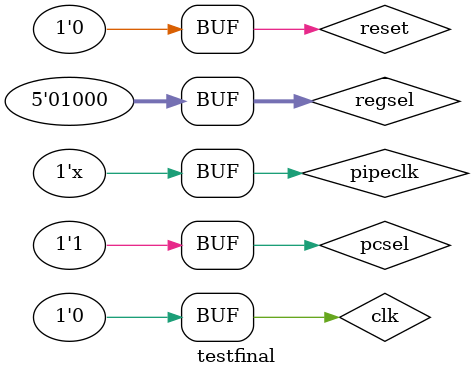
<source format=v>
`timescale 1ns / 1ps


module testfinal;
	parameter half=500;
	// Inputs
	reg clk;
	reg pipeclk;
	reg reset;
	reg [4:0] regsel;
	reg pcsel;
	
	// Outputs
	wire [6:0] cathodes;
	wire [3:0] anodes;
	//wire [31:0] finalout;
	wire [3:0] w3,w4,w7,w8;
	// Instantiate the Unit Under Test (UUT)
	digitalclk uut (
		.clk(clk), 
		.pipeclk(pipeclk), 
		.reset(reset), 
		.cathodes(cathodes), 
		.anodes(anodes), 
		.regsel(regsel), 
		.pcsel(pcsel),
		//.finalout(finalout)
		.w3(w3),
		.w4(w4),
		.w7(w7),
		.w8(w8)
	);

	initial begin
		$monitor(pipeclk,"clk=%b, w8=%h, w7= %h, w4=%h, w3=%h\n",pipeclk,w8,w7,w4,w3);
		// Initialize Inputs
		clk = 0;
		pipeclk = 0;
		reset = 0;
		regsel = 8;
		pcsel = 0;

		// Wait 100 ns for global reset to finish
		#100;
       #5000 pcsel=1;
		// Add stimulus here

	end
     always #half pipeclk=~pipeclk;
endmodule


</source>
